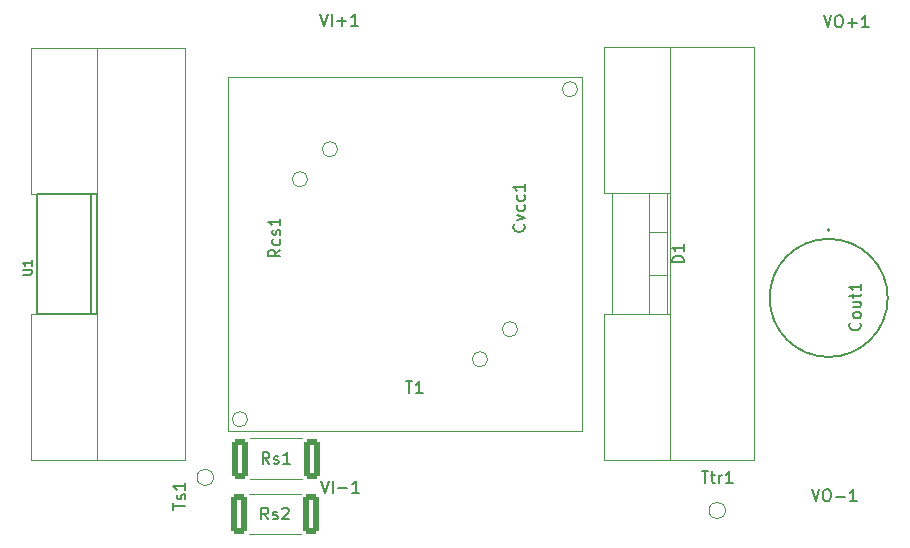
<source format=gto>
G04 #@! TF.GenerationSoftware,KiCad,Pcbnew,(6.0.11)*
G04 #@! TF.CreationDate,2023-06-14T00:40:10+03:00*
G04 #@! TF.ProjectId,flyback_48V_48W,666c7962-6163-46b5-9f34-38565f343857,rev?*
G04 #@! TF.SameCoordinates,Original*
G04 #@! TF.FileFunction,Legend,Top*
G04 #@! TF.FilePolarity,Positive*
%FSLAX46Y46*%
G04 Gerber Fmt 4.6, Leading zero omitted, Abs format (unit mm)*
G04 Created by KiCad (PCBNEW (6.0.11)) date 2023-06-14 00:40:10*
%MOMM*%
%LPD*%
G01*
G04 APERTURE LIST*
G04 Aperture macros list*
%AMRoundRect*
0 Rectangle with rounded corners*
0 $1 Rounding radius*
0 $2 $3 $4 $5 $6 $7 $8 $9 X,Y pos of 4 corners*
0 Add a 4 corners polygon primitive as box body*
4,1,4,$2,$3,$4,$5,$6,$7,$8,$9,$2,$3,0*
0 Add four circle primitives for the rounded corners*
1,1,$1+$1,$2,$3*
1,1,$1+$1,$4,$5*
1,1,$1+$1,$6,$7*
1,1,$1+$1,$8,$9*
0 Add four rect primitives between the rounded corners*
20,1,$1+$1,$2,$3,$4,$5,0*
20,1,$1+$1,$4,$5,$6,$7,0*
20,1,$1+$1,$6,$7,$8,$9,0*
20,1,$1+$1,$8,$9,$2,$3,0*%
G04 Aperture macros list end*
%ADD10C,0.150000*%
%ADD11C,0.120000*%
%ADD12C,0.127000*%
%ADD13C,0.200000*%
%ADD14C,1.524000*%
%ADD15C,3.800000*%
%ADD16O,3.048000X1.524000*%
%ADD17RoundRect,0.249999X-0.450001X-1.425001X0.450001X-1.425001X0.450001X1.425001X-0.450001X1.425001X0*%
%ADD18R,2.000000X2.000000*%
%ADD19O,2.000000X2.000000*%
%ADD20R,1.200000X1.200000*%
%ADD21C,1.200000*%
%ADD22C,1.000000*%
G04 APERTURE END LIST*
D10*
X134366095Y-70064380D02*
X134937523Y-70064380D01*
X134651809Y-71064380D02*
X134651809Y-70064380D01*
X135794666Y-71064380D02*
X135223238Y-71064380D01*
X135508952Y-71064380D02*
X135508952Y-70064380D01*
X135413714Y-70207238D01*
X135318476Y-70302476D01*
X135223238Y-70350095D01*
X127185133Y-78481780D02*
X127518466Y-79481780D01*
X127851800Y-78481780D01*
X128185133Y-79481780D02*
X128185133Y-78481780D01*
X128661323Y-79100828D02*
X129423228Y-79100828D01*
X130423228Y-79481780D02*
X129851800Y-79481780D01*
X130137514Y-79481780D02*
X130137514Y-78481780D01*
X130042276Y-78624638D01*
X129947038Y-78719876D01*
X129851800Y-78767495D01*
X101930803Y-61051925D02*
X102568224Y-61051925D01*
X102643215Y-61014430D01*
X102680710Y-60976934D01*
X102718205Y-60901944D01*
X102718205Y-60751962D01*
X102680710Y-60676972D01*
X102643215Y-60639476D01*
X102568224Y-60601981D01*
X101930803Y-60601981D01*
X102718205Y-59814579D02*
X102718205Y-60264523D01*
X102718205Y-60039551D02*
X101930803Y-60039551D01*
X102043289Y-60114542D01*
X102118280Y-60189532D01*
X102155775Y-60264523D01*
X169751619Y-39076380D02*
X170084952Y-40076380D01*
X170418285Y-39076380D01*
X170942095Y-39076380D02*
X171132571Y-39076380D01*
X171227809Y-39124000D01*
X171323047Y-39219238D01*
X171370666Y-39409714D01*
X171370666Y-39743047D01*
X171323047Y-39933523D01*
X171227809Y-40028761D01*
X171132571Y-40076380D01*
X170942095Y-40076380D01*
X170846857Y-40028761D01*
X170751619Y-39933523D01*
X170704000Y-39743047D01*
X170704000Y-39409714D01*
X170751619Y-39219238D01*
X170846857Y-39124000D01*
X170942095Y-39076380D01*
X171799238Y-39695428D02*
X172561142Y-39695428D01*
X172180190Y-40076380D02*
X172180190Y-39314476D01*
X173561142Y-40076380D02*
X172989714Y-40076380D01*
X173275428Y-40076380D02*
X173275428Y-39076380D01*
X173180190Y-39219238D01*
X173084952Y-39314476D01*
X172989714Y-39362095D01*
X122828571Y-77052380D02*
X122495238Y-76576190D01*
X122257142Y-77052380D02*
X122257142Y-76052380D01*
X122638095Y-76052380D01*
X122733333Y-76100000D01*
X122780952Y-76147619D01*
X122828571Y-76242857D01*
X122828571Y-76385714D01*
X122780952Y-76480952D01*
X122733333Y-76528571D01*
X122638095Y-76576190D01*
X122257142Y-76576190D01*
X123209523Y-77004761D02*
X123304761Y-77052380D01*
X123495238Y-77052380D01*
X123590476Y-77004761D01*
X123638095Y-76909523D01*
X123638095Y-76861904D01*
X123590476Y-76766666D01*
X123495238Y-76719047D01*
X123352380Y-76719047D01*
X123257142Y-76671428D01*
X123209523Y-76576190D01*
X123209523Y-76528571D01*
X123257142Y-76433333D01*
X123352380Y-76385714D01*
X123495238Y-76385714D01*
X123590476Y-76433333D01*
X124590476Y-77052380D02*
X124019047Y-77052380D01*
X124304761Y-77052380D02*
X124304761Y-76052380D01*
X124209523Y-76195238D01*
X124114285Y-76290476D01*
X124019047Y-76338095D01*
X157911880Y-59988095D02*
X156911880Y-59988095D01*
X156911880Y-59750000D01*
X156959500Y-59607142D01*
X157054738Y-59511904D01*
X157149976Y-59464285D01*
X157340452Y-59416666D01*
X157483309Y-59416666D01*
X157673785Y-59464285D01*
X157769023Y-59511904D01*
X157864261Y-59607142D01*
X157911880Y-59750000D01*
X157911880Y-59988095D01*
X157911880Y-58464285D02*
X157911880Y-59035714D01*
X157911880Y-58750000D02*
X156911880Y-58750000D01*
X157054738Y-58845238D01*
X157149976Y-58940476D01*
X157197595Y-59035714D01*
X172823142Y-65119142D02*
X172870761Y-65166761D01*
X172918380Y-65309619D01*
X172918380Y-65404857D01*
X172870761Y-65547714D01*
X172775523Y-65642952D01*
X172680285Y-65690571D01*
X172489809Y-65738190D01*
X172346952Y-65738190D01*
X172156476Y-65690571D01*
X172061238Y-65642952D01*
X171966000Y-65547714D01*
X171918380Y-65404857D01*
X171918380Y-65309619D01*
X171966000Y-65166761D01*
X172013619Y-65119142D01*
X172918380Y-64547714D02*
X172870761Y-64642952D01*
X172823142Y-64690571D01*
X172727904Y-64738190D01*
X172442190Y-64738190D01*
X172346952Y-64690571D01*
X172299333Y-64642952D01*
X172251714Y-64547714D01*
X172251714Y-64404857D01*
X172299333Y-64309619D01*
X172346952Y-64262000D01*
X172442190Y-64214380D01*
X172727904Y-64214380D01*
X172823142Y-64262000D01*
X172870761Y-64309619D01*
X172918380Y-64404857D01*
X172918380Y-64547714D01*
X172251714Y-63357238D02*
X172918380Y-63357238D01*
X172251714Y-63785809D02*
X172775523Y-63785809D01*
X172870761Y-63738190D01*
X172918380Y-63642952D01*
X172918380Y-63500095D01*
X172870761Y-63404857D01*
X172823142Y-63357238D01*
X172251714Y-63023904D02*
X172251714Y-62642952D01*
X171918380Y-62881047D02*
X172775523Y-62881047D01*
X172870761Y-62833428D01*
X172918380Y-62738190D01*
X172918380Y-62642952D01*
X172918380Y-61785809D02*
X172918380Y-62357238D01*
X172918380Y-62071523D02*
X171918380Y-62071523D01*
X172061238Y-62166761D01*
X172156476Y-62262000D01*
X172204095Y-62357238D01*
X168735619Y-79208380D02*
X169068952Y-80208380D01*
X169402285Y-79208380D01*
X169926095Y-79208380D02*
X170116571Y-79208380D01*
X170211809Y-79256000D01*
X170307047Y-79351238D01*
X170354666Y-79541714D01*
X170354666Y-79875047D01*
X170307047Y-80065523D01*
X170211809Y-80160761D01*
X170116571Y-80208380D01*
X169926095Y-80208380D01*
X169830857Y-80160761D01*
X169735619Y-80065523D01*
X169688000Y-79875047D01*
X169688000Y-79541714D01*
X169735619Y-79351238D01*
X169830857Y-79256000D01*
X169926095Y-79208380D01*
X170783238Y-79827428D02*
X171545142Y-79827428D01*
X172545142Y-80208380D02*
X171973714Y-80208380D01*
X172259428Y-80208380D02*
X172259428Y-79208380D01*
X172164190Y-79351238D01*
X172068952Y-79446476D01*
X171973714Y-79494095D01*
X114702380Y-80916666D02*
X114702380Y-80345238D01*
X115702380Y-80630952D02*
X114702380Y-80630952D01*
X115654761Y-80059523D02*
X115702380Y-79964285D01*
X115702380Y-79773809D01*
X115654761Y-79678571D01*
X115559523Y-79630952D01*
X115511904Y-79630952D01*
X115416666Y-79678571D01*
X115369047Y-79773809D01*
X115369047Y-79916666D01*
X115321428Y-80011904D01*
X115226190Y-80059523D01*
X115178571Y-80059523D01*
X115083333Y-80011904D01*
X115035714Y-79916666D01*
X115035714Y-79773809D01*
X115083333Y-79678571D01*
X115702380Y-78678571D02*
X115702380Y-79250000D01*
X115702380Y-78964285D02*
X114702380Y-78964285D01*
X114845238Y-79059523D01*
X114940476Y-79154761D01*
X114988095Y-79250000D01*
X122728571Y-81752380D02*
X122395238Y-81276190D01*
X122157142Y-81752380D02*
X122157142Y-80752380D01*
X122538095Y-80752380D01*
X122633333Y-80800000D01*
X122680952Y-80847619D01*
X122728571Y-80942857D01*
X122728571Y-81085714D01*
X122680952Y-81180952D01*
X122633333Y-81228571D01*
X122538095Y-81276190D01*
X122157142Y-81276190D01*
X123109523Y-81704761D02*
X123204761Y-81752380D01*
X123395238Y-81752380D01*
X123490476Y-81704761D01*
X123538095Y-81609523D01*
X123538095Y-81561904D01*
X123490476Y-81466666D01*
X123395238Y-81419047D01*
X123252380Y-81419047D01*
X123157142Y-81371428D01*
X123109523Y-81276190D01*
X123109523Y-81228571D01*
X123157142Y-81133333D01*
X123252380Y-81085714D01*
X123395238Y-81085714D01*
X123490476Y-81133333D01*
X123919047Y-80847619D02*
X123966666Y-80800000D01*
X124061904Y-80752380D01*
X124300000Y-80752380D01*
X124395238Y-80800000D01*
X124442857Y-80847619D01*
X124490476Y-80942857D01*
X124490476Y-81038095D01*
X124442857Y-81180952D01*
X123871428Y-81752380D01*
X124490476Y-81752380D01*
X159424857Y-77684380D02*
X159996285Y-77684380D01*
X159710571Y-78684380D02*
X159710571Y-77684380D01*
X160186761Y-78017714D02*
X160567714Y-78017714D01*
X160329619Y-77684380D02*
X160329619Y-78541523D01*
X160377238Y-78636761D01*
X160472476Y-78684380D01*
X160567714Y-78684380D01*
X160901047Y-78684380D02*
X160901047Y-78017714D01*
X160901047Y-78208190D02*
X160948666Y-78112952D01*
X160996285Y-78065333D01*
X161091523Y-78017714D01*
X161186761Y-78017714D01*
X162043904Y-78684380D02*
X161472476Y-78684380D01*
X161758190Y-78684380D02*
X161758190Y-77684380D01*
X161662952Y-77827238D01*
X161567714Y-77922476D01*
X161472476Y-77970095D01*
X127091333Y-38954380D02*
X127424666Y-39954380D01*
X127758000Y-38954380D01*
X128091333Y-39954380D02*
X128091333Y-38954380D01*
X128567523Y-39573428D02*
X129329428Y-39573428D01*
X128948476Y-39954380D02*
X128948476Y-39192476D01*
X130329428Y-39954380D02*
X129758000Y-39954380D01*
X130043714Y-39954380D02*
X130043714Y-38954380D01*
X129948476Y-39097238D01*
X129853238Y-39192476D01*
X129758000Y-39240095D01*
X144375142Y-56776761D02*
X144422761Y-56824380D01*
X144470380Y-56967238D01*
X144470380Y-57062476D01*
X144422761Y-57205333D01*
X144327523Y-57300571D01*
X144232285Y-57348190D01*
X144041809Y-57395809D01*
X143898952Y-57395809D01*
X143708476Y-57348190D01*
X143613238Y-57300571D01*
X143518000Y-57205333D01*
X143470380Y-57062476D01*
X143470380Y-56967238D01*
X143518000Y-56824380D01*
X143565619Y-56776761D01*
X143803714Y-56443428D02*
X144470380Y-56205333D01*
X143803714Y-55967238D01*
X144422761Y-55157714D02*
X144470380Y-55252952D01*
X144470380Y-55443428D01*
X144422761Y-55538666D01*
X144375142Y-55586285D01*
X144279904Y-55633904D01*
X143994190Y-55633904D01*
X143898952Y-55586285D01*
X143851333Y-55538666D01*
X143803714Y-55443428D01*
X143803714Y-55252952D01*
X143851333Y-55157714D01*
X144422761Y-54300571D02*
X144470380Y-54395809D01*
X144470380Y-54586285D01*
X144422761Y-54681523D01*
X144375142Y-54729142D01*
X144279904Y-54776761D01*
X143994190Y-54776761D01*
X143898952Y-54729142D01*
X143851333Y-54681523D01*
X143803714Y-54586285D01*
X143803714Y-54395809D01*
X143851333Y-54300571D01*
X144470380Y-53348190D02*
X144470380Y-53919619D01*
X144470380Y-53633904D02*
X143470380Y-53633904D01*
X143613238Y-53729142D01*
X143708476Y-53824380D01*
X143756095Y-53919619D01*
X123752380Y-58912000D02*
X123276190Y-59245333D01*
X123752380Y-59483428D02*
X122752380Y-59483428D01*
X122752380Y-59102476D01*
X122800000Y-59007238D01*
X122847619Y-58959619D01*
X122942857Y-58912000D01*
X123085714Y-58912000D01*
X123180952Y-58959619D01*
X123228571Y-59007238D01*
X123276190Y-59102476D01*
X123276190Y-59483428D01*
X123704761Y-58054857D02*
X123752380Y-58150095D01*
X123752380Y-58340571D01*
X123704761Y-58435809D01*
X123657142Y-58483428D01*
X123561904Y-58531047D01*
X123276190Y-58531047D01*
X123180952Y-58483428D01*
X123133333Y-58435809D01*
X123085714Y-58340571D01*
X123085714Y-58150095D01*
X123133333Y-58054857D01*
X123704761Y-57673904D02*
X123752380Y-57578666D01*
X123752380Y-57388190D01*
X123704761Y-57292952D01*
X123609523Y-57245333D01*
X123561904Y-57245333D01*
X123466666Y-57292952D01*
X123419047Y-57388190D01*
X123419047Y-57531047D01*
X123371428Y-57626285D01*
X123276190Y-57673904D01*
X123228571Y-57673904D01*
X123133333Y-57626285D01*
X123085714Y-57531047D01*
X123085714Y-57388190D01*
X123133333Y-57292952D01*
X123752380Y-56292952D02*
X123752380Y-56864380D01*
X123752380Y-56578666D02*
X122752380Y-56578666D01*
X122895238Y-56673904D01*
X122990476Y-56769142D01*
X123038095Y-56864380D01*
D11*
X120980000Y-73270000D02*
G75*
G03*
X120980000Y-73270000I-650000J0D01*
G01*
X141300000Y-73270000D02*
G75*
G03*
X141300000Y-73270000I-650000J0D01*
G01*
X141300000Y-68190000D02*
G75*
G03*
X141300000Y-68190000I-650000J0D01*
G01*
X143840000Y-65650000D02*
G75*
G03*
X143840000Y-65650000I-650000J0D01*
G01*
X128600000Y-45330000D02*
G75*
G03*
X128600000Y-45330000I-650000J0D01*
G01*
X123520000Y-45330000D02*
G75*
G03*
X123520000Y-45330000I-650000J0D01*
G01*
X120980000Y-52950000D02*
G75*
G03*
X120980000Y-52950000I-650000J0D01*
G01*
X148920000Y-45330000D02*
G75*
G03*
X148920000Y-45330000I-650000J0D01*
G01*
X128600000Y-50410000D02*
G75*
G03*
X128600000Y-50410000I-650000J0D01*
G01*
X148920000Y-70730000D02*
G75*
G03*
X148920000Y-70730000I-650000J0D01*
G01*
X126060000Y-52950000D02*
G75*
G03*
X126060000Y-52950000I-650000J0D01*
G01*
X146380000Y-73270000D02*
G75*
G03*
X146380000Y-73270000I-650000J0D01*
G01*
X120980000Y-47870000D02*
G75*
G03*
X120980000Y-47870000I-650000J0D01*
G01*
X148920000Y-65650000D02*
G75*
G03*
X148920000Y-65650000I-650000J0D01*
G01*
X119314000Y-44314000D02*
X149286000Y-44314000D01*
X119314000Y-74286000D02*
X149286000Y-74286000D01*
X119314000Y-74286000D02*
X119314000Y-44314000D01*
X149286000Y-74286000D02*
X149286000Y-44314000D01*
X108265000Y-41840000D02*
X102675000Y-41840000D01*
X102675000Y-41840000D02*
X102675000Y-54220000D01*
X102675000Y-54220000D02*
X108265000Y-54220000D01*
X108265000Y-54220000D02*
X108265000Y-41840000D01*
X108265000Y-64380000D02*
X102675000Y-64380000D01*
X102675000Y-64380000D02*
X102675000Y-76760000D01*
X102675000Y-76760000D02*
X108265000Y-76760000D01*
X108265000Y-76760000D02*
X108265000Y-64380000D01*
X108265000Y-41840000D02*
X115725000Y-41840000D01*
X115725000Y-41840000D02*
X115725000Y-76760000D01*
X115725000Y-76760000D02*
X108265000Y-76760000D01*
X108265000Y-76760000D02*
X108265000Y-41840000D01*
D12*
X103185000Y-64380000D02*
X103185000Y-54220000D01*
X107757000Y-54220000D02*
X107757000Y-64380000D01*
X107757000Y-64380000D02*
X103185000Y-64380000D01*
X108265000Y-54220000D02*
X108265000Y-64380000D01*
X103185000Y-54220000D02*
X107757000Y-54220000D01*
X108265000Y-64380000D02*
X107757000Y-64380000D01*
X107757000Y-54220000D02*
X108265000Y-54220000D01*
D11*
X121222936Y-78310000D02*
X125577064Y-78310000D01*
X121222936Y-74890000D02*
X125577064Y-74890000D01*
X154949500Y-54130000D02*
X154949500Y-64370000D01*
X156459500Y-54130000D02*
X156459500Y-64370000D01*
X156459500Y-57400000D02*
X154949500Y-57400000D01*
X156459500Y-64370000D02*
X151818500Y-64370000D01*
X151818500Y-54130000D02*
X151818500Y-64370000D01*
X156459500Y-61101000D02*
X154949500Y-61101000D01*
X156459500Y-54130000D02*
X151818500Y-54130000D01*
X163852500Y-41790000D02*
X156713500Y-41790000D01*
X156713500Y-41790000D02*
X156713500Y-76710000D01*
X156713500Y-76710000D02*
X163852500Y-76710000D01*
X163852500Y-76710000D02*
X163852500Y-41790000D01*
X156713500Y-76710000D02*
X151147500Y-76710000D01*
X151147500Y-76710000D02*
X151147500Y-64330000D01*
X151147500Y-64330000D02*
X156713500Y-64330000D01*
X156713500Y-64330000D02*
X156713500Y-76710000D01*
X156713500Y-41790000D02*
X151147500Y-41790000D01*
X151147500Y-41790000D02*
X151147500Y-54130000D01*
X151147500Y-54130000D02*
X156713500Y-54130000D01*
X156713500Y-54130000D02*
X156713500Y-41790000D01*
D13*
X170280000Y-57250000D02*
G75*
G03*
X170280000Y-57250000I-100000J0D01*
G01*
D12*
X175180000Y-63000000D02*
G75*
G03*
X175180000Y-63000000I-5000000J0D01*
G01*
D11*
X118100000Y-78200000D02*
G75*
G03*
X118100000Y-78200000I-700000J0D01*
G01*
X121122936Y-83010000D02*
X125477064Y-83010000D01*
X121122936Y-79590000D02*
X125477064Y-79590000D01*
X161450000Y-81000000D02*
G75*
G03*
X161450000Y-81000000I-700000J0D01*
G01*
%LPC*%
D14*
X148270000Y-70730000D03*
X148270000Y-65650000D03*
X145730000Y-73270000D03*
X140650000Y-73270000D03*
X120330000Y-52950000D03*
X120330000Y-47870000D03*
X122870000Y-45330000D03*
X127950000Y-45330000D03*
D15*
X133500000Y-78750000D03*
D16*
X105725000Y-61840000D03*
X105725000Y-56760000D03*
X105725000Y-59300000D03*
D15*
X171500000Y-42750000D03*
D17*
X120350000Y-76600000D03*
X126450000Y-76600000D03*
D18*
X153189500Y-56710000D03*
D19*
X153189500Y-61790000D03*
D20*
X170180000Y-60500000D03*
D21*
X170180000Y-65500000D03*
D15*
X170500000Y-75750000D03*
D22*
X117400000Y-78200000D03*
D17*
X120250000Y-81300000D03*
X126350000Y-81300000D03*
D22*
X160750000Y-81000000D03*
D15*
X123952000Y-39624000D03*
D22*
X171750000Y-48750000D03*
X166000000Y-39500000D03*
X156500000Y-39000000D03*
X117602000Y-53086000D03*
M02*

</source>
